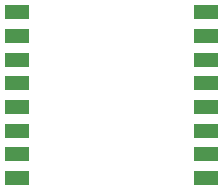
<source format=gbr>
%TF.GenerationSoftware,KiCad,Pcbnew,7.0.2*%
%TF.CreationDate,2024-04-09T17:47:28-07:00*%
%TF.ProjectId,RFM22BPCB,52464d32-3242-4504-9342-2e6b69636164,rev?*%
%TF.SameCoordinates,Original*%
%TF.FileFunction,Paste,Top*%
%TF.FilePolarity,Positive*%
%FSLAX46Y46*%
G04 Gerber Fmt 4.6, Leading zero omitted, Abs format (unit mm)*
G04 Created by KiCad (PCBNEW 7.0.2) date 2024-04-09 17:47:28*
%MOMM*%
%LPD*%
G01*
G04 APERTURE LIST*
%ADD10R,2.000000X1.300000*%
G04 APERTURE END LIST*
D10*
%TO.C,U1*%
X169011600Y-110083600D03*
X169011600Y-108083600D03*
X169011600Y-106083600D03*
X169011600Y-104083600D03*
X169011600Y-102083600D03*
X169011600Y-100083600D03*
X169011600Y-98083600D03*
X169011600Y-96083600D03*
X153011600Y-110083600D03*
X153011600Y-108083600D03*
X153011600Y-106083600D03*
X153011600Y-104083600D03*
X153011600Y-102083600D03*
X153011600Y-100083600D03*
X153011600Y-98083600D03*
X153011600Y-96083600D03*
%TD*%
M02*

</source>
